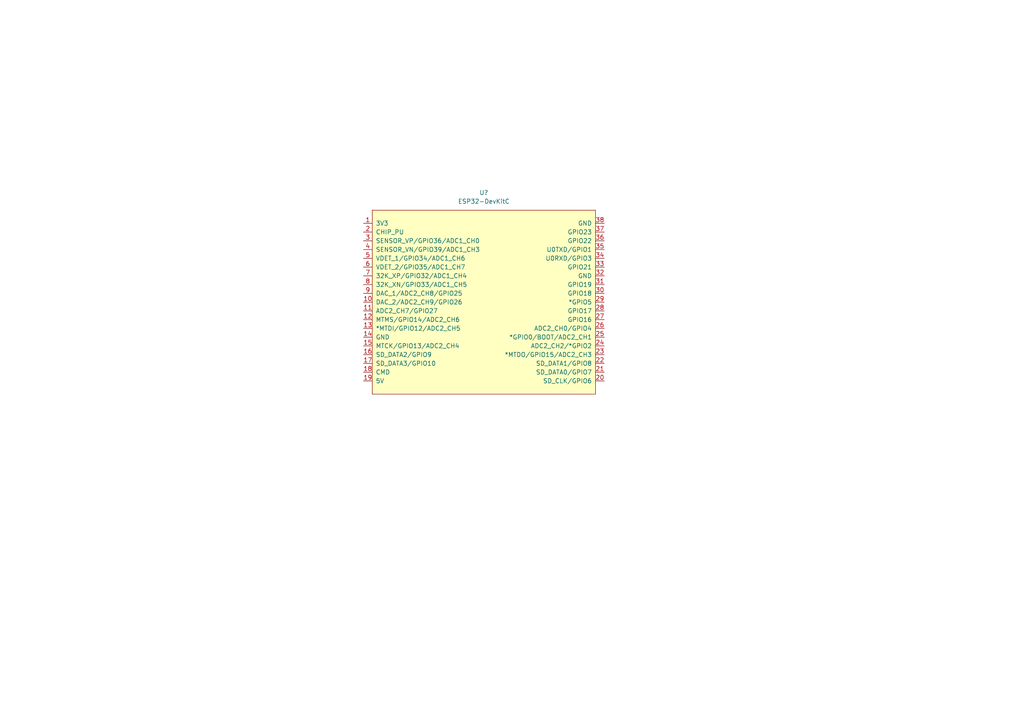
<source format=kicad_sch>
(kicad_sch (version 20211123) (generator eeschema)
  (paper "A4")
  (lib_symbols
    (symbol "Espressif:ESP32-DevKitC" (pin_names (offset 1.016))
      (property "Reference" "U" (at -8.89 26.67 0))
      (property "Value" "ESP32-DevKitC" (at 0 -29.21 0))
      (symbol "ESP32-DevKitC_0_0"
        (pin power_in line (at -33.02 -11.43 0) (length 2.54) (name "GND") (number "14"))
        (pin power_in line (at -33.02 -24.13 0) (length 2.54) (name "5V") (number "19"))
      )
      (symbol "ESP32-DevKitC_0_1"
        (rectangle (start -30.48 25.4) (end 34.29 -27.94) (fill (type background)))
      )
      (symbol "ESP32-DevKitC_1_1"
        (pin power_in line (at -33.02 21.59 0) (length 2.54) (name "3V3") (number "1"))
        (pin bidirectional line (at -33.02 -1.27 0) (length 2.54) (name "DAC_2/ADC2_CH9/GPIO26") (number "10"))
        (pin bidirectional line (at -33.02 -3.81 0) (length 2.54) (name "ADC2_CH7/GPIO27") (number "11"))
        (pin bidirectional line (at -33.02 -6.35 0) (length 2.54) (name "MTMS/GPIO14/ADC2_CH6") (number "12"))
        (pin bidirectional line (at -33.02 -8.89 0) (length 2.54) (name "*MTDI/GPIO12/ADC2_CH5") (number "13"))
        (pin bidirectional line (at -33.02 -13.97 0) (length 2.54) (name "MTCK/GPIO13/ADC2_CH4") (number "15"))
        (pin bidirectional line (at -33.02 -16.51 0) (length 2.54) (name "SD_DATA2/GPIO9") (number "16"))
        (pin bidirectional line (at -33.02 -19.05 0) (length 2.54) (name "SD_DATA3/GPIO10") (number "17"))
        (pin bidirectional line (at -33.02 -21.59 0) (length 2.54) (name "CMD") (number "18"))
        (pin input line (at -33.02 19.05 0) (length 2.54) (name "CHIP_PU") (number "2"))
        (pin bidirectional line (at 36.83 -24.13 180) (length 2.54) (name "SD_CLK/GPIO6") (number "20"))
        (pin bidirectional line (at 36.83 -21.59 180) (length 2.54) (name "SD_DATA0/GPIO7") (number "21"))
        (pin bidirectional line (at 36.83 -19.05 180) (length 2.54) (name "SD_DATA1/GPIO8") (number "22"))
        (pin bidirectional line (at 36.83 -16.51 180) (length 2.54) (name "*MTDO/GPIO15/ADC2_CH3") (number "23"))
        (pin bidirectional line (at 36.83 -13.97 180) (length 2.54) (name "ADC2_CH2/*GPIO2") (number "24"))
        (pin bidirectional line (at 36.83 -11.43 180) (length 2.54) (name "*GPIO0/BOOT/ADC2_CH1") (number "25"))
        (pin bidirectional line (at 36.83 -8.89 180) (length 2.54) (name "ADC2_CH0/GPIO4") (number "26"))
        (pin bidirectional line (at 36.83 -6.35 180) (length 2.54) (name "GPIO16") (number "27"))
        (pin bidirectional line (at 36.83 -3.81 180) (length 2.54) (name "GPIO17") (number "28"))
        (pin bidirectional line (at 36.83 -1.27 180) (length 2.54) (name "*GPIO5") (number "29"))
        (pin input line (at -33.02 16.51 0) (length 2.54) (name "SENSOR_VP/GPIO36/ADC1_CH0") (number "3"))
        (pin bidirectional line (at 36.83 1.27 180) (length 2.54) (name "GPIO18") (number "30"))
        (pin bidirectional line (at 36.83 3.81 180) (length 2.54) (name "GPIO19") (number "31"))
        (pin power_in line (at 36.83 6.35 180) (length 2.54) (name "GND") (number "32"))
        (pin bidirectional line (at 36.83 8.89 180) (length 2.54) (name "GPIO21") (number "33"))
        (pin bidirectional line (at 36.83 11.43 180) (length 2.54) (name "U0RXD/GPIO3") (number "34"))
        (pin bidirectional line (at 36.83 13.97 180) (length 2.54) (name "U0TXD/GPIO1") (number "35"))
        (pin bidirectional line (at 36.83 16.51 180) (length 2.54) (name "GPIO22") (number "36"))
        (pin bidirectional line (at 36.83 19.05 180) (length 2.54) (name "GPIO23") (number "37"))
        (pin power_in line (at 36.83 21.59 180) (length 2.54) (name "GND") (number "38"))
        (pin input line (at -33.02 13.97 0) (length 2.54) (name "SENSOR_VN/GPIO39/ADC1_CH3") (number "4"))
        (pin input line (at -33.02 11.43 0) (length 2.54) (name "VDET_1/GPIO34/ADC1_CH6") (number "5"))
        (pin input line (at -33.02 8.89 0) (length 2.54) (name "VDET_2/GPIO35/ADC1_CH7") (number "6"))
        (pin bidirectional line (at -33.02 6.35 0) (length 2.54) (name "32K_XP/GPIO32/ADC1_CH4") (number "7"))
        (pin bidirectional line (at -33.02 3.81 0) (length 2.54) (name "32K_XN/GPIO33/ADC1_CH5") (number "8"))
        (pin bidirectional line (at -33.02 1.27 0) (length 2.54) (name "DAC_1/ADC2_CH8/GPIO25") (number "9"))
      )
    )
  )
  (symbol (lib_id "Espressif:ESP32-DevKitC") (at 138.43 86.36 0) (unit 1)
    (property "Reference" "U?" (at 140.335 55.88 0))
    (property "Value" "ESP32-DevKitC" (at 140.335 58.42 0))
    (property "Footprint" "Espressif:ESP32-DevKitC" (effects hide))
    (property "Datasheet" "https://docs.espressif.com/projects/esp-idf/zh_CN/latest/esp32/hw-reference/esp32/get-started-devkitc.html" (effects hide))
  )
)
</source>
